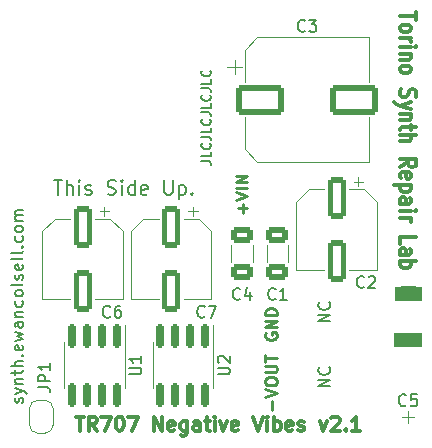
<source format=gbr>
%TF.GenerationSoftware,KiCad,Pcbnew,(6.0.7-1)-1*%
%TF.CreationDate,2022-11-04T13:47:20+01:00*%
%TF.ProjectId,tr707minus10v_kicad,74723730-376d-4696-9e75-733130765f6b,rev?*%
%TF.SameCoordinates,Original*%
%TF.FileFunction,Legend,Top*%
%TF.FilePolarity,Positive*%
%FSLAX46Y46*%
G04 Gerber Fmt 4.6, Leading zero omitted, Abs format (unit mm)*
G04 Created by KiCad (PCBNEW (6.0.7-1)-1) date 2022-11-04 13:47:20*
%MOMM*%
%LPD*%
G01*
G04 APERTURE LIST*
G04 Aperture macros list*
%AMRoundRect*
0 Rectangle with rounded corners*
0 $1 Rounding radius*
0 $2 $3 $4 $5 $6 $7 $8 $9 X,Y pos of 4 corners*
0 Add a 4 corners polygon primitive as box body*
4,1,4,$2,$3,$4,$5,$6,$7,$8,$9,$2,$3,0*
0 Add four circle primitives for the rounded corners*
1,1,$1+$1,$2,$3*
1,1,$1+$1,$4,$5*
1,1,$1+$1,$6,$7*
1,1,$1+$1,$8,$9*
0 Add four rect primitives between the rounded corners*
20,1,$1+$1,$2,$3,$4,$5,0*
20,1,$1+$1,$4,$5,$6,$7,0*
20,1,$1+$1,$6,$7,$8,$9,0*
20,1,$1+$1,$8,$9,$2,$3,0*%
%AMFreePoly0*
4,1,20,0.000000,0.744959,0.073905,0.744508,0.209726,0.703889,0.328688,0.626782,0.421226,0.519385,0.479903,0.390333,0.500000,0.250000,0.500000,-0.250000,0.499851,-0.262216,0.476331,-0.402017,0.414519,-0.529596,0.319384,-0.634700,0.198574,-0.708877,0.061801,-0.746166,0.000000,-0.745033,0.000000,-0.750000,-0.500000,-0.750000,-0.500000,0.750000,0.000000,0.750000,0.000000,0.744959,
0.000000,0.744959,$1*%
%AMFreePoly1*
4,1,22,0.500000,-0.750000,0.000000,-0.750000,0.000000,-0.745033,-0.079941,-0.743568,-0.215256,-0.701293,-0.333266,-0.622738,-0.424486,-0.514219,-0.481581,-0.384460,-0.499164,-0.250000,-0.500000,-0.250000,-0.500000,0.250000,-0.499164,0.250000,-0.499963,0.256109,-0.478152,0.396186,-0.417904,0.524511,-0.324060,0.630769,-0.204165,0.706417,-0.067858,0.745374,0.000000,0.744959,0.000000,0.750000,
0.500000,0.750000,0.500000,-0.750000,0.500000,-0.750000,$1*%
G04 Aperture macros list end*
%ADD10C,0.150000*%
%ADD11C,0.250000*%
%ADD12C,0.300000*%
%ADD13C,0.120000*%
%ADD14C,0.050000*%
%ADD15C,1.300000*%
%ADD16FreePoly0,270.000000*%
%ADD17FreePoly1,270.000000*%
%ADD18RoundRect,0.250000X-0.550000X1.500000X-0.550000X-1.500000X0.550000X-1.500000X0.550000X1.500000X0*%
%ADD19RoundRect,0.250000X-1.750000X-1.000000X1.750000X-1.000000X1.750000X1.000000X-1.750000X1.000000X0*%
%ADD20RoundRect,0.250000X-0.650000X0.412500X-0.650000X-0.412500X0.650000X-0.412500X0.650000X0.412500X0*%
%ADD21RoundRect,0.150000X-0.150000X0.825000X-0.150000X-0.825000X0.150000X-0.825000X0.150000X0.825000X0*%
%ADD22C,2.000000*%
%ADD23R,2.000000X2.000000*%
%ADD24R,1.700000X1.700000*%
G04 APERTURE END LIST*
D10*
X3904761Y7833334D02*
X3952380Y7928572D01*
X3952380Y8119048D01*
X3904761Y8214286D01*
X3809523Y8261905D01*
X3761904Y8261905D01*
X3666666Y8214286D01*
X3619047Y8119048D01*
X3619047Y7976191D01*
X3571428Y7880953D01*
X3476190Y7833334D01*
X3428571Y7833334D01*
X3333333Y7880953D01*
X3285714Y7976191D01*
X3285714Y8119048D01*
X3333333Y8214286D01*
X3285714Y8595239D02*
X3952380Y8833334D01*
X3285714Y9071429D02*
X3952380Y8833334D01*
X4190476Y8738096D01*
X4238095Y8690477D01*
X4285714Y8595239D01*
X3285714Y9452381D02*
X3952380Y9452381D01*
X3380952Y9452381D02*
X3333333Y9500000D01*
X3285714Y9595239D01*
X3285714Y9738096D01*
X3333333Y9833334D01*
X3428571Y9880953D01*
X3952380Y9880953D01*
X3285714Y10214286D02*
X3285714Y10595239D01*
X2952380Y10357143D02*
X3809523Y10357143D01*
X3904761Y10404762D01*
X3952380Y10500000D01*
X3952380Y10595239D01*
X3952380Y10928572D02*
X2952380Y10928572D01*
X3952380Y11357143D02*
X3428571Y11357143D01*
X3333333Y11309524D01*
X3285714Y11214286D01*
X3285714Y11071429D01*
X3333333Y10976191D01*
X3380952Y10928572D01*
X3857142Y11833334D02*
X3904761Y11880953D01*
X3952380Y11833334D01*
X3904761Y11785715D01*
X3857142Y11833334D01*
X3952380Y11833334D01*
X3904761Y12690477D02*
X3952380Y12595239D01*
X3952380Y12404762D01*
X3904761Y12309524D01*
X3809523Y12261905D01*
X3428571Y12261905D01*
X3333333Y12309524D01*
X3285714Y12404762D01*
X3285714Y12595239D01*
X3333333Y12690477D01*
X3428571Y12738096D01*
X3523809Y12738096D01*
X3619047Y12261905D01*
X3285714Y13071429D02*
X3952380Y13261905D01*
X3476190Y13452381D01*
X3952380Y13642858D01*
X3285714Y13833334D01*
X3952380Y14642858D02*
X3428571Y14642858D01*
X3333333Y14595239D01*
X3285714Y14500000D01*
X3285714Y14309524D01*
X3333333Y14214286D01*
X3904761Y14642858D02*
X3952380Y14547620D01*
X3952380Y14309524D01*
X3904761Y14214286D01*
X3809523Y14166667D01*
X3714285Y14166667D01*
X3619047Y14214286D01*
X3571428Y14309524D01*
X3571428Y14547620D01*
X3523809Y14642858D01*
X3285714Y15119048D02*
X3952380Y15119048D01*
X3380952Y15119048D02*
X3333333Y15166667D01*
X3285714Y15261905D01*
X3285714Y15404762D01*
X3333333Y15500000D01*
X3428571Y15547620D01*
X3952380Y15547620D01*
X3904761Y16452381D02*
X3952380Y16357143D01*
X3952380Y16166667D01*
X3904761Y16071429D01*
X3857142Y16023810D01*
X3761904Y15976191D01*
X3476190Y15976191D01*
X3380952Y16023810D01*
X3333333Y16071429D01*
X3285714Y16166667D01*
X3285714Y16357143D01*
X3333333Y16452381D01*
X3952380Y17023810D02*
X3904761Y16928572D01*
X3857142Y16880953D01*
X3761904Y16833334D01*
X3476190Y16833334D01*
X3380952Y16880953D01*
X3333333Y16928572D01*
X3285714Y17023810D01*
X3285714Y17166667D01*
X3333333Y17261905D01*
X3380952Y17309524D01*
X3476190Y17357143D01*
X3761904Y17357143D01*
X3857142Y17309524D01*
X3904761Y17261905D01*
X3952380Y17166667D01*
X3952380Y17023810D01*
X3952380Y17928572D02*
X3904761Y17833334D01*
X3809523Y17785715D01*
X2952380Y17785715D01*
X3904761Y18261905D02*
X3952380Y18357143D01*
X3952380Y18547620D01*
X3904761Y18642858D01*
X3809523Y18690477D01*
X3761904Y18690477D01*
X3666666Y18642858D01*
X3619047Y18547620D01*
X3619047Y18404762D01*
X3571428Y18309524D01*
X3476190Y18261905D01*
X3428571Y18261905D01*
X3333333Y18309524D01*
X3285714Y18404762D01*
X3285714Y18547620D01*
X3333333Y18642858D01*
X3904761Y19500000D02*
X3952380Y19404762D01*
X3952380Y19214286D01*
X3904761Y19119048D01*
X3809523Y19071429D01*
X3428571Y19071429D01*
X3333333Y19119048D01*
X3285714Y19214286D01*
X3285714Y19404762D01*
X3333333Y19500000D01*
X3428571Y19547620D01*
X3523809Y19547620D01*
X3619047Y19071429D01*
X3952380Y20119048D02*
X3904761Y20023810D01*
X3809523Y19976191D01*
X2952380Y19976191D01*
X3952380Y20642858D02*
X3904761Y20547620D01*
X3809523Y20500000D01*
X2952380Y20500000D01*
X3857142Y21023810D02*
X3904761Y21071429D01*
X3952380Y21023810D01*
X3904761Y20976191D01*
X3857142Y21023810D01*
X3952380Y21023810D01*
X3904761Y21928572D02*
X3952380Y21833334D01*
X3952380Y21642858D01*
X3904761Y21547620D01*
X3857142Y21500000D01*
X3761904Y21452381D01*
X3476190Y21452381D01*
X3380952Y21500000D01*
X3333333Y21547620D01*
X3285714Y21642858D01*
X3285714Y21833334D01*
X3333333Y21928572D01*
X3952380Y22500000D02*
X3904761Y22404762D01*
X3857142Y22357143D01*
X3761904Y22309524D01*
X3476190Y22309524D01*
X3380952Y22357143D01*
X3333333Y22404762D01*
X3285714Y22500000D01*
X3285714Y22642858D01*
X3333333Y22738096D01*
X3380952Y22785715D01*
X3476190Y22833334D01*
X3761904Y22833334D01*
X3857142Y22785715D01*
X3904761Y22738096D01*
X3952380Y22642858D01*
X3952380Y22500000D01*
X3952380Y23261905D02*
X3285714Y23261905D01*
X3380952Y23261905D02*
X3333333Y23309524D01*
X3285714Y23404762D01*
X3285714Y23547620D01*
X3333333Y23642858D01*
X3428571Y23690477D01*
X3952380Y23690477D01*
X3428571Y23690477D02*
X3333333Y23738096D01*
X3285714Y23833334D01*
X3285714Y23976191D01*
X3333333Y24071429D01*
X3428571Y24119048D01*
X3952380Y24119048D01*
D11*
X24500000Y13738096D02*
X24452380Y13642858D01*
X24452380Y13500000D01*
X24500000Y13357143D01*
X24595238Y13261905D01*
X24690476Y13214286D01*
X24880952Y13166667D01*
X25023809Y13166667D01*
X25214285Y13214286D01*
X25309523Y13261905D01*
X25404761Y13357143D01*
X25452380Y13500000D01*
X25452380Y13595239D01*
X25404761Y13738096D01*
X25357142Y13785715D01*
X25023809Y13785715D01*
X25023809Y13595239D01*
X25452380Y14214286D02*
X24452380Y14214286D01*
X25452380Y14785715D01*
X24452380Y14785715D01*
X25452380Y15261905D02*
X24452380Y15261905D01*
X24452380Y15500000D01*
X24500000Y15642858D01*
X24595238Y15738096D01*
X24690476Y15785715D01*
X24880952Y15833334D01*
X25023809Y15833334D01*
X25214285Y15785715D01*
X25309523Y15738096D01*
X25404761Y15642858D01*
X25452380Y15500000D01*
X25452380Y15261905D01*
D12*
X8414285Y6657143D02*
X9100000Y6657143D01*
X8757142Y5457143D02*
X8757142Y6657143D01*
X10185714Y5457143D02*
X9785714Y6028572D01*
X9500000Y5457143D02*
X9500000Y6657143D01*
X9957142Y6657143D01*
X10071428Y6600000D01*
X10128571Y6542858D01*
X10185714Y6428572D01*
X10185714Y6257143D01*
X10128571Y6142858D01*
X10071428Y6085715D01*
X9957142Y6028572D01*
X9500000Y6028572D01*
X10585714Y6657143D02*
X11385714Y6657143D01*
X10871428Y5457143D01*
X12071428Y6657143D02*
X12185714Y6657143D01*
X12300000Y6600000D01*
X12357142Y6542858D01*
X12414285Y6428572D01*
X12471428Y6200000D01*
X12471428Y5914286D01*
X12414285Y5685715D01*
X12357142Y5571429D01*
X12300000Y5514286D01*
X12185714Y5457143D01*
X12071428Y5457143D01*
X11957142Y5514286D01*
X11900000Y5571429D01*
X11842857Y5685715D01*
X11785714Y5914286D01*
X11785714Y6200000D01*
X11842857Y6428572D01*
X11900000Y6542858D01*
X11957142Y6600000D01*
X12071428Y6657143D01*
X12871428Y6657143D02*
X13671428Y6657143D01*
X13157142Y5457143D01*
X15042857Y5457143D02*
X15042857Y6657143D01*
X15728571Y5457143D01*
X15728571Y6657143D01*
X16757142Y5514286D02*
X16642857Y5457143D01*
X16414285Y5457143D01*
X16300000Y5514286D01*
X16242857Y5628572D01*
X16242857Y6085715D01*
X16300000Y6200000D01*
X16414285Y6257143D01*
X16642857Y6257143D01*
X16757142Y6200000D01*
X16814285Y6085715D01*
X16814285Y5971429D01*
X16242857Y5857143D01*
X17842857Y6257143D02*
X17842857Y5285715D01*
X17785714Y5171429D01*
X17728571Y5114286D01*
X17614285Y5057143D01*
X17442857Y5057143D01*
X17328571Y5114286D01*
X17842857Y5514286D02*
X17728571Y5457143D01*
X17500000Y5457143D01*
X17385714Y5514286D01*
X17328571Y5571429D01*
X17271428Y5685715D01*
X17271428Y6028572D01*
X17328571Y6142858D01*
X17385714Y6200000D01*
X17500000Y6257143D01*
X17728571Y6257143D01*
X17842857Y6200000D01*
X18928571Y5457143D02*
X18928571Y6085715D01*
X18871428Y6200000D01*
X18757142Y6257143D01*
X18528571Y6257143D01*
X18414285Y6200000D01*
X18928571Y5514286D02*
X18814285Y5457143D01*
X18528571Y5457143D01*
X18414285Y5514286D01*
X18357142Y5628572D01*
X18357142Y5742858D01*
X18414285Y5857143D01*
X18528571Y5914286D01*
X18814285Y5914286D01*
X18928571Y5971429D01*
X19328571Y6257143D02*
X19785714Y6257143D01*
X19500000Y6657143D02*
X19500000Y5628572D01*
X19557142Y5514286D01*
X19671428Y5457143D01*
X19785714Y5457143D01*
X20185714Y5457143D02*
X20185714Y6257143D01*
X20185714Y6657143D02*
X20128571Y6600000D01*
X20185714Y6542858D01*
X20242857Y6600000D01*
X20185714Y6657143D01*
X20185714Y6542858D01*
X20642857Y6257143D02*
X20928571Y5457143D01*
X21214285Y6257143D01*
X22128571Y5514286D02*
X22014285Y5457143D01*
X21785714Y5457143D01*
X21671428Y5514286D01*
X21614285Y5628572D01*
X21614285Y6085715D01*
X21671428Y6200000D01*
X21785714Y6257143D01*
X22014285Y6257143D01*
X22128571Y6200000D01*
X22185714Y6085715D01*
X22185714Y5971429D01*
X21614285Y5857143D01*
X23442857Y6657143D02*
X23842857Y5457143D01*
X24242857Y6657143D01*
X24642857Y5457143D02*
X24642857Y6257143D01*
X24642857Y6657143D02*
X24585714Y6600000D01*
X24642857Y6542858D01*
X24700000Y6600000D01*
X24642857Y6657143D01*
X24642857Y6542858D01*
X25214285Y5457143D02*
X25214285Y6657143D01*
X25214285Y6200000D02*
X25328571Y6257143D01*
X25557142Y6257143D01*
X25671428Y6200000D01*
X25728571Y6142858D01*
X25785714Y6028572D01*
X25785714Y5685715D01*
X25728571Y5571429D01*
X25671428Y5514286D01*
X25557142Y5457143D01*
X25328571Y5457143D01*
X25214285Y5514286D01*
X26757142Y5514286D02*
X26642857Y5457143D01*
X26414285Y5457143D01*
X26300000Y5514286D01*
X26242857Y5628572D01*
X26242857Y6085715D01*
X26300000Y6200000D01*
X26414285Y6257143D01*
X26642857Y6257143D01*
X26757142Y6200000D01*
X26814285Y6085715D01*
X26814285Y5971429D01*
X26242857Y5857143D01*
X27271428Y5514286D02*
X27385714Y5457143D01*
X27614285Y5457143D01*
X27728571Y5514286D01*
X27785714Y5628572D01*
X27785714Y5685715D01*
X27728571Y5800000D01*
X27614285Y5857143D01*
X27442857Y5857143D01*
X27328571Y5914286D01*
X27271428Y6028572D01*
X27271428Y6085715D01*
X27328571Y6200000D01*
X27442857Y6257143D01*
X27614285Y6257143D01*
X27728571Y6200000D01*
X29100000Y6257143D02*
X29385714Y5457143D01*
X29671428Y6257143D01*
X30071428Y6542858D02*
X30128571Y6600000D01*
X30242857Y6657143D01*
X30528571Y6657143D01*
X30642857Y6600000D01*
X30700000Y6542858D01*
X30757142Y6428572D01*
X30757142Y6314286D01*
X30700000Y6142858D01*
X30014285Y5457143D01*
X30757142Y5457143D01*
X31271428Y5571429D02*
X31328571Y5514286D01*
X31271428Y5457143D01*
X31214285Y5514286D01*
X31271428Y5571429D01*
X31271428Y5457143D01*
X32471428Y5457143D02*
X31785714Y5457143D01*
X32128571Y5457143D02*
X32128571Y6657143D01*
X32014285Y6485715D01*
X31900000Y6371429D01*
X31785714Y6314286D01*
D10*
X6557142Y26657143D02*
X7242857Y26657143D01*
X6900000Y25457143D02*
X6900000Y26657143D01*
X7642857Y25457143D02*
X7642857Y26657143D01*
X8157142Y25457143D02*
X8157142Y26085715D01*
X8100000Y26200000D01*
X7985714Y26257143D01*
X7814285Y26257143D01*
X7700000Y26200000D01*
X7642857Y26142858D01*
X8728571Y25457143D02*
X8728571Y26257143D01*
X8728571Y26657143D02*
X8671428Y26600000D01*
X8728571Y26542858D01*
X8785714Y26600000D01*
X8728571Y26657143D01*
X8728571Y26542858D01*
X9242857Y25514286D02*
X9357142Y25457143D01*
X9585714Y25457143D01*
X9700000Y25514286D01*
X9757142Y25628572D01*
X9757142Y25685715D01*
X9700000Y25800000D01*
X9585714Y25857143D01*
X9414285Y25857143D01*
X9300000Y25914286D01*
X9242857Y26028572D01*
X9242857Y26085715D01*
X9300000Y26200000D01*
X9414285Y26257143D01*
X9585714Y26257143D01*
X9700000Y26200000D01*
X11128571Y25514286D02*
X11300000Y25457143D01*
X11585714Y25457143D01*
X11700000Y25514286D01*
X11757142Y25571429D01*
X11814285Y25685715D01*
X11814285Y25800000D01*
X11757142Y25914286D01*
X11700000Y25971429D01*
X11585714Y26028572D01*
X11357142Y26085715D01*
X11242857Y26142858D01*
X11185714Y26200000D01*
X11128571Y26314286D01*
X11128571Y26428572D01*
X11185714Y26542858D01*
X11242857Y26600000D01*
X11357142Y26657143D01*
X11642857Y26657143D01*
X11814285Y26600000D01*
X12328571Y25457143D02*
X12328571Y26257143D01*
X12328571Y26657143D02*
X12271428Y26600000D01*
X12328571Y26542858D01*
X12385714Y26600000D01*
X12328571Y26657143D01*
X12328571Y26542858D01*
X13414285Y25457143D02*
X13414285Y26657143D01*
X13414285Y25514286D02*
X13300000Y25457143D01*
X13071428Y25457143D01*
X12957142Y25514286D01*
X12900000Y25571429D01*
X12842857Y25685715D01*
X12842857Y26028572D01*
X12900000Y26142858D01*
X12957142Y26200000D01*
X13071428Y26257143D01*
X13300000Y26257143D01*
X13414285Y26200000D01*
X14442857Y25514286D02*
X14328571Y25457143D01*
X14100000Y25457143D01*
X13985714Y25514286D01*
X13928571Y25628572D01*
X13928571Y26085715D01*
X13985714Y26200000D01*
X14100000Y26257143D01*
X14328571Y26257143D01*
X14442857Y26200000D01*
X14500000Y26085715D01*
X14500000Y25971429D01*
X13928571Y25857143D01*
X15928571Y26657143D02*
X15928571Y25685715D01*
X15985714Y25571429D01*
X16042857Y25514286D01*
X16157142Y25457143D01*
X16385714Y25457143D01*
X16500000Y25514286D01*
X16557142Y25571429D01*
X16614285Y25685715D01*
X16614285Y26657143D01*
X17185714Y26257143D02*
X17185714Y25057143D01*
X17185714Y26200000D02*
X17300000Y26257143D01*
X17528571Y26257143D01*
X17642857Y26200000D01*
X17700000Y26142858D01*
X17757142Y26028572D01*
X17757142Y25685715D01*
X17700000Y25571429D01*
X17642857Y25514286D01*
X17528571Y25457143D01*
X17300000Y25457143D01*
X17185714Y25514286D01*
X18271428Y25571429D02*
X18328571Y25514286D01*
X18271428Y25457143D01*
X18214285Y25514286D01*
X18271428Y25571429D01*
X18271428Y25457143D01*
D12*
X37266666Y40885715D02*
X37266666Y40200000D01*
X35866666Y40542858D02*
X37266666Y40542858D01*
X35866666Y39628572D02*
X35933333Y39742858D01*
X36000000Y39800000D01*
X36133333Y39857143D01*
X36533333Y39857143D01*
X36666666Y39800000D01*
X36733333Y39742858D01*
X36800000Y39628572D01*
X36800000Y39457143D01*
X36733333Y39342858D01*
X36666666Y39285715D01*
X36533333Y39228572D01*
X36133333Y39228572D01*
X36000000Y39285715D01*
X35933333Y39342858D01*
X35866666Y39457143D01*
X35866666Y39628572D01*
X35866666Y38714286D02*
X36800000Y38714286D01*
X36533333Y38714286D02*
X36666666Y38657143D01*
X36733333Y38600000D01*
X36800000Y38485715D01*
X36800000Y38371429D01*
X35866666Y37971429D02*
X36800000Y37971429D01*
X37266666Y37971429D02*
X37200000Y38028572D01*
X37133333Y37971429D01*
X37200000Y37914286D01*
X37266666Y37971429D01*
X37133333Y37971429D01*
X36800000Y37400000D02*
X35866666Y37400000D01*
X36666666Y37400000D02*
X36733333Y37342858D01*
X36800000Y37228572D01*
X36800000Y37057143D01*
X36733333Y36942858D01*
X36600000Y36885715D01*
X35866666Y36885715D01*
X35866666Y36142858D02*
X35933333Y36257143D01*
X36000000Y36314286D01*
X36133333Y36371429D01*
X36533333Y36371429D01*
X36666666Y36314286D01*
X36733333Y36257143D01*
X36800000Y36142858D01*
X36800000Y35971429D01*
X36733333Y35857143D01*
X36666666Y35800000D01*
X36533333Y35742858D01*
X36133333Y35742858D01*
X36000000Y35800000D01*
X35933333Y35857143D01*
X35866666Y35971429D01*
X35866666Y36142858D01*
X35933333Y34371429D02*
X35866666Y34200000D01*
X35866666Y33914286D01*
X35933333Y33800000D01*
X36000000Y33742858D01*
X36133333Y33685715D01*
X36266666Y33685715D01*
X36400000Y33742858D01*
X36466666Y33800000D01*
X36533333Y33914286D01*
X36600000Y34142858D01*
X36666666Y34257143D01*
X36733333Y34314286D01*
X36866666Y34371429D01*
X37000000Y34371429D01*
X37133333Y34314286D01*
X37200000Y34257143D01*
X37266666Y34142858D01*
X37266666Y33857143D01*
X37200000Y33685715D01*
X36800000Y33285715D02*
X35866666Y33000000D01*
X36800000Y32714286D02*
X35866666Y33000000D01*
X35533333Y33114286D01*
X35466666Y33171429D01*
X35400000Y33285715D01*
X36800000Y32257143D02*
X35866666Y32257143D01*
X36666666Y32257143D02*
X36733333Y32200000D01*
X36800000Y32085715D01*
X36800000Y31914286D01*
X36733333Y31800000D01*
X36600000Y31742858D01*
X35866666Y31742858D01*
X36800000Y31342858D02*
X36800000Y30885715D01*
X37266666Y31171429D02*
X36066666Y31171429D01*
X35933333Y31114286D01*
X35866666Y31000000D01*
X35866666Y30885715D01*
X35866666Y30485715D02*
X37266666Y30485715D01*
X35866666Y29971429D02*
X36600000Y29971429D01*
X36733333Y30028572D01*
X36800000Y30142858D01*
X36800000Y30314286D01*
X36733333Y30428572D01*
X36666666Y30485715D01*
X35866666Y27800000D02*
X36533333Y28200000D01*
X35866666Y28485715D02*
X37266666Y28485715D01*
X37266666Y28028572D01*
X37200000Y27914286D01*
X37133333Y27857143D01*
X37000000Y27800000D01*
X36800000Y27800000D01*
X36666666Y27857143D01*
X36600000Y27914286D01*
X36533333Y28028572D01*
X36533333Y28485715D01*
X35933333Y26828572D02*
X35866666Y26942858D01*
X35866666Y27171429D01*
X35933333Y27285715D01*
X36066666Y27342858D01*
X36600000Y27342858D01*
X36733333Y27285715D01*
X36800000Y27171429D01*
X36800000Y26942858D01*
X36733333Y26828572D01*
X36600000Y26771429D01*
X36466666Y26771429D01*
X36333333Y27342858D01*
X36800000Y26257143D02*
X35400000Y26257143D01*
X36733333Y26257143D02*
X36800000Y26142858D01*
X36800000Y25914286D01*
X36733333Y25800000D01*
X36666666Y25742858D01*
X36533333Y25685715D01*
X36133333Y25685715D01*
X36000000Y25742858D01*
X35933333Y25800000D01*
X35866666Y25914286D01*
X35866666Y26142858D01*
X35933333Y26257143D01*
X35866666Y24657143D02*
X36600000Y24657143D01*
X36733333Y24714286D01*
X36800000Y24828572D01*
X36800000Y25057143D01*
X36733333Y25171429D01*
X35933333Y24657143D02*
X35866666Y24771429D01*
X35866666Y25057143D01*
X35933333Y25171429D01*
X36066666Y25228572D01*
X36200000Y25228572D01*
X36333333Y25171429D01*
X36400000Y25057143D01*
X36400000Y24771429D01*
X36466666Y24657143D01*
X35866666Y24085715D02*
X36800000Y24085715D01*
X37266666Y24085715D02*
X37200000Y24142858D01*
X37133333Y24085715D01*
X37200000Y24028572D01*
X37266666Y24085715D01*
X37133333Y24085715D01*
X35866666Y23514286D02*
X36800000Y23514286D01*
X36533333Y23514286D02*
X36666666Y23457143D01*
X36733333Y23400000D01*
X36800000Y23285715D01*
X36800000Y23171429D01*
X35866666Y21285715D02*
X35866666Y21857143D01*
X37266666Y21857143D01*
X35866666Y20371429D02*
X36600000Y20371429D01*
X36733333Y20428572D01*
X36800000Y20542858D01*
X36800000Y20771429D01*
X36733333Y20885715D01*
X35933333Y20371429D02*
X35866666Y20485715D01*
X35866666Y20771429D01*
X35933333Y20885715D01*
X36066666Y20942858D01*
X36200000Y20942858D01*
X36333333Y20885715D01*
X36400000Y20771429D01*
X36400000Y20485715D01*
X36466666Y20371429D01*
X35866666Y19800000D02*
X37266666Y19800000D01*
X36733333Y19800000D02*
X36800000Y19685715D01*
X36800000Y19457143D01*
X36733333Y19342858D01*
X36666666Y19285715D01*
X36533333Y19228572D01*
X36133333Y19228572D01*
X36000000Y19285715D01*
X35933333Y19342858D01*
X35866666Y19457143D01*
X35866666Y19685715D01*
X35933333Y19800000D01*
D11*
X25071428Y7261905D02*
X25071428Y8023810D01*
X24452380Y8357143D02*
X25452380Y8690477D01*
X24452380Y9023810D01*
X24452380Y9547620D02*
X24452380Y9738096D01*
X24500000Y9833334D01*
X24595238Y9928572D01*
X24785714Y9976191D01*
X25119047Y9976191D01*
X25309523Y9928572D01*
X25404761Y9833334D01*
X25452380Y9738096D01*
X25452380Y9547620D01*
X25404761Y9452381D01*
X25309523Y9357143D01*
X25119047Y9309524D01*
X24785714Y9309524D01*
X24595238Y9357143D01*
X24500000Y9452381D01*
X24452380Y9547620D01*
X24452380Y10404762D02*
X25261904Y10404762D01*
X25357142Y10452381D01*
X25404761Y10500000D01*
X25452380Y10595239D01*
X25452380Y10785715D01*
X25404761Y10880953D01*
X25357142Y10928572D01*
X25261904Y10976191D01*
X24452380Y10976191D01*
X24452380Y11309524D02*
X24452380Y11880953D01*
X25452380Y11595239D02*
X24452380Y11595239D01*
X22571428Y23928572D02*
X22571428Y24690477D01*
X22952380Y24309524D02*
X22190476Y24309524D01*
X21952380Y25023810D02*
X22952380Y25357143D01*
X21952380Y25690477D01*
X22952380Y26023810D02*
X21952380Y26023810D01*
X22952380Y26500000D02*
X21952380Y26500000D01*
X22952380Y27071429D01*
X21952380Y27071429D01*
D10*
%TO.C,H4*%
X19061904Y28304762D02*
X19633333Y28304762D01*
X19747619Y28266667D01*
X19823809Y28190477D01*
X19861904Y28076191D01*
X19861904Y28000000D01*
X19861904Y29066667D02*
X19861904Y28685715D01*
X19061904Y28685715D01*
X19785714Y29790477D02*
X19823809Y29752381D01*
X19861904Y29638096D01*
X19861904Y29561905D01*
X19823809Y29447620D01*
X19747619Y29371429D01*
X19671428Y29333334D01*
X19519047Y29295239D01*
X19404761Y29295239D01*
X19252380Y29333334D01*
X19176190Y29371429D01*
X19100000Y29447620D01*
X19061904Y29561905D01*
X19061904Y29638096D01*
X19100000Y29752381D01*
X19138095Y29790477D01*
X19061904Y30361905D02*
X19633333Y30361905D01*
X19747619Y30323810D01*
X19823809Y30247620D01*
X19861904Y30133334D01*
X19861904Y30057143D01*
X19861904Y31123810D02*
X19861904Y30742858D01*
X19061904Y30742858D01*
X19785714Y31847620D02*
X19823809Y31809524D01*
X19861904Y31695239D01*
X19861904Y31619048D01*
X19823809Y31504762D01*
X19747619Y31428572D01*
X19671428Y31390477D01*
X19519047Y31352381D01*
X19404761Y31352381D01*
X19252380Y31390477D01*
X19176190Y31428572D01*
X19100000Y31504762D01*
X19061904Y31619048D01*
X19061904Y31695239D01*
X19100000Y31809524D01*
X19138095Y31847620D01*
X19061904Y32419048D02*
X19633333Y32419048D01*
X19747619Y32380953D01*
X19823809Y32304762D01*
X19861904Y32190477D01*
X19861904Y32114286D01*
X19861904Y33180953D02*
X19861904Y32800000D01*
X19061904Y32800000D01*
X19785714Y33904762D02*
X19823809Y33866667D01*
X19861904Y33752381D01*
X19861904Y33676191D01*
X19823809Y33561905D01*
X19747619Y33485715D01*
X19671428Y33447620D01*
X19519047Y33409524D01*
X19404761Y33409524D01*
X19252380Y33447620D01*
X19176190Y33485715D01*
X19100000Y33561905D01*
X19061904Y33676191D01*
X19061904Y33752381D01*
X19100000Y33866667D01*
X19138095Y33904762D01*
X19061904Y34476191D02*
X19633333Y34476191D01*
X19747619Y34438096D01*
X19823809Y34361905D01*
X19861904Y34247620D01*
X19861904Y34171429D01*
X19861904Y35238096D02*
X19861904Y34857143D01*
X19061904Y34857143D01*
X19785714Y35961905D02*
X19823809Y35923810D01*
X19861904Y35809524D01*
X19861904Y35733334D01*
X19823809Y35619048D01*
X19747619Y35542858D01*
X19671428Y35504762D01*
X19519047Y35466667D01*
X19404761Y35466667D01*
X19252380Y35504762D01*
X19176190Y35542858D01*
X19100000Y35619048D01*
X19061904Y35733334D01*
X19061904Y35809524D01*
X19100000Y35923810D01*
X19138095Y35961905D01*
%TO.C,JP1*%
X5252380Y9166667D02*
X5966666Y9166667D01*
X6109523Y9119048D01*
X6204761Y9023810D01*
X6252380Y8880953D01*
X6252380Y8785715D01*
X6252380Y9642858D02*
X5252380Y9642858D01*
X5252380Y10023810D01*
X5300000Y10119048D01*
X5347619Y10166667D01*
X5442857Y10214286D01*
X5585714Y10214286D01*
X5680952Y10166667D01*
X5728571Y10119048D01*
X5776190Y10023810D01*
X5776190Y9642858D01*
X6252380Y11166667D02*
X6252380Y10595239D01*
X6252380Y10880953D02*
X5252380Y10880953D01*
X5395238Y10785715D01*
X5490476Y10690477D01*
X5538095Y10595239D01*
%TO.C,C7*%
X19333333Y15142858D02*
X19285714Y15095239D01*
X19142857Y15047620D01*
X19047619Y15047620D01*
X18904761Y15095239D01*
X18809523Y15190477D01*
X18761904Y15285715D01*
X18714285Y15476191D01*
X18714285Y15619048D01*
X18761904Y15809524D01*
X18809523Y15904762D01*
X18904761Y16000000D01*
X19047619Y16047620D01*
X19142857Y16047620D01*
X19285714Y16000000D01*
X19333333Y15952381D01*
X19666666Y16047620D02*
X20333333Y16047620D01*
X19904761Y15047620D01*
%TO.C,C3*%
X27833333Y39342858D02*
X27785714Y39295239D01*
X27642857Y39247620D01*
X27547619Y39247620D01*
X27404761Y39295239D01*
X27309523Y39390477D01*
X27261904Y39485715D01*
X27214285Y39676191D01*
X27214285Y39819048D01*
X27261904Y40009524D01*
X27309523Y40104762D01*
X27404761Y40200000D01*
X27547619Y40247620D01*
X27642857Y40247620D01*
X27785714Y40200000D01*
X27833333Y40152381D01*
X28166666Y40247620D02*
X28785714Y40247620D01*
X28452380Y39866667D01*
X28595238Y39866667D01*
X28690476Y39819048D01*
X28738095Y39771429D01*
X28785714Y39676191D01*
X28785714Y39438096D01*
X28738095Y39342858D01*
X28690476Y39295239D01*
X28595238Y39247620D01*
X28309523Y39247620D01*
X28214285Y39295239D01*
X28166666Y39342858D01*
%TO.C,C6*%
X11333333Y15142858D02*
X11285714Y15095239D01*
X11142857Y15047620D01*
X11047619Y15047620D01*
X10904761Y15095239D01*
X10809523Y15190477D01*
X10761904Y15285715D01*
X10714285Y15476191D01*
X10714285Y15619048D01*
X10761904Y15809524D01*
X10809523Y15904762D01*
X10904761Y16000000D01*
X11047619Y16047620D01*
X11142857Y16047620D01*
X11285714Y16000000D01*
X11333333Y15952381D01*
X12190476Y16047620D02*
X12000000Y16047620D01*
X11904761Y16000000D01*
X11857142Y15952381D01*
X11761904Y15809524D01*
X11714285Y15619048D01*
X11714285Y15238096D01*
X11761904Y15142858D01*
X11809523Y15095239D01*
X11904761Y15047620D01*
X12095238Y15047620D01*
X12190476Y15095239D01*
X12238095Y15142858D01*
X12285714Y15238096D01*
X12285714Y15476191D01*
X12238095Y15571429D01*
X12190476Y15619048D01*
X12095238Y15666667D01*
X11904761Y15666667D01*
X11809523Y15619048D01*
X11761904Y15571429D01*
X11714285Y15476191D01*
%TO.C,C4*%
X22333333Y16642858D02*
X22285714Y16595239D01*
X22142857Y16547620D01*
X22047619Y16547620D01*
X21904761Y16595239D01*
X21809523Y16690477D01*
X21761904Y16785715D01*
X21714285Y16976191D01*
X21714285Y17119048D01*
X21761904Y17309524D01*
X21809523Y17404762D01*
X21904761Y17500000D01*
X22047619Y17547620D01*
X22142857Y17547620D01*
X22285714Y17500000D01*
X22333333Y17452381D01*
X23190476Y17214286D02*
X23190476Y16547620D01*
X22952380Y17595239D02*
X22714285Y16880953D01*
X23333333Y16880953D01*
%TO.C,U2*%
X20452380Y10238096D02*
X21261904Y10238096D01*
X21357142Y10285715D01*
X21404761Y10333334D01*
X21452380Y10428572D01*
X21452380Y10619048D01*
X21404761Y10714286D01*
X21357142Y10761905D01*
X21261904Y10809524D01*
X20452380Y10809524D01*
X20547619Y11238096D02*
X20500000Y11285715D01*
X20452380Y11380953D01*
X20452380Y11619048D01*
X20500000Y11714286D01*
X20547619Y11761905D01*
X20642857Y11809524D01*
X20738095Y11809524D01*
X20880952Y11761905D01*
X21452380Y11190477D01*
X21452380Y11809524D01*
%TO.C,U1*%
X12952380Y10238096D02*
X13761904Y10238096D01*
X13857142Y10285715D01*
X13904761Y10333334D01*
X13952380Y10428572D01*
X13952380Y10619048D01*
X13904761Y10714286D01*
X13857142Y10761905D01*
X13761904Y10809524D01*
X12952380Y10809524D01*
X13952380Y11809524D02*
X13952380Y11238096D01*
X13952380Y11523810D02*
X12952380Y11523810D01*
X13095238Y11428572D01*
X13190476Y11333334D01*
X13238095Y11238096D01*
%TO.C,C5*%
X36383333Y7642858D02*
X36335714Y7595239D01*
X36192857Y7547620D01*
X36097619Y7547620D01*
X35954761Y7595239D01*
X35859523Y7690477D01*
X35811904Y7785715D01*
X35764285Y7976191D01*
X35764285Y8119048D01*
X35811904Y8309524D01*
X35859523Y8404762D01*
X35954761Y8500000D01*
X36097619Y8547620D01*
X36192857Y8547620D01*
X36335714Y8500000D01*
X36383333Y8452381D01*
X37288095Y8547620D02*
X36811904Y8547620D01*
X36764285Y8071429D01*
X36811904Y8119048D01*
X36907142Y8166667D01*
X37145238Y8166667D01*
X37240476Y8119048D01*
X37288095Y8071429D01*
X37335714Y7976191D01*
X37335714Y7738096D01*
X37288095Y7642858D01*
X37240476Y7595239D01*
X37145238Y7547620D01*
X36907142Y7547620D01*
X36811904Y7595239D01*
X36764285Y7642858D01*
%TO.C,C1*%
X25333333Y16642858D02*
X25285714Y16595239D01*
X25142857Y16547620D01*
X25047619Y16547620D01*
X24904761Y16595239D01*
X24809523Y16690477D01*
X24761904Y16785715D01*
X24714285Y16976191D01*
X24714285Y17119048D01*
X24761904Y17309524D01*
X24809523Y17404762D01*
X24904761Y17500000D01*
X25047619Y17547620D01*
X25142857Y17547620D01*
X25285714Y17500000D01*
X25333333Y17452381D01*
X26285714Y16547620D02*
X25714285Y16547620D01*
X26000000Y16547620D02*
X26000000Y17547620D01*
X25904761Y17404762D01*
X25809523Y17309524D01*
X25714285Y17261905D01*
%TO.C,C2*%
X32833333Y17642858D02*
X32785714Y17595239D01*
X32642857Y17547620D01*
X32547619Y17547620D01*
X32404761Y17595239D01*
X32309523Y17690477D01*
X32261904Y17785715D01*
X32214285Y17976191D01*
X32214285Y18119048D01*
X32261904Y18309524D01*
X32309523Y18404762D01*
X32404761Y18500000D01*
X32547619Y18547620D01*
X32642857Y18547620D01*
X32785714Y18500000D01*
X32833333Y18452381D01*
X33214285Y18452381D02*
X33261904Y18500000D01*
X33357142Y18547620D01*
X33595238Y18547620D01*
X33690476Y18500000D01*
X33738095Y18452381D01*
X33785714Y18357143D01*
X33785714Y18261905D01*
X33738095Y18119048D01*
X33166666Y17547620D01*
X33785714Y17547620D01*
%TO.C,J3*%
X29952380Y9214286D02*
X28952380Y9214286D01*
X29952380Y9785715D01*
X28952380Y9785715D01*
X29857142Y10833334D02*
X29904761Y10785715D01*
X29952380Y10642858D01*
X29952380Y10547620D01*
X29904761Y10404762D01*
X29809523Y10309524D01*
X29714285Y10261905D01*
X29523809Y10214286D01*
X29380952Y10214286D01*
X29190476Y10261905D01*
X29095238Y10309524D01*
X29000000Y10404762D01*
X28952380Y10547620D01*
X28952380Y10642858D01*
X29000000Y10785715D01*
X29047619Y10833334D01*
%TO.C,J4*%
X29952380Y14714286D02*
X28952380Y14714286D01*
X29952380Y15285715D01*
X28952380Y15285715D01*
X29857142Y16333334D02*
X29904761Y16285715D01*
X29952380Y16142858D01*
X29952380Y16047620D01*
X29904761Y15904762D01*
X29809523Y15809524D01*
X29714285Y15761905D01*
X29523809Y15714286D01*
X29380952Y15714286D01*
X29190476Y15761905D01*
X29095238Y15809524D01*
X29000000Y15904762D01*
X28952380Y16047620D01*
X28952380Y16142858D01*
X29000000Y16285715D01*
X29047619Y16333334D01*
D13*
%TO.C,JP1*%
X5800000Y5250000D02*
G75*
G03*
X6500000Y5950000I0J700000D01*
G01*
X4500000Y5950000D02*
G75*
G03*
X5200000Y5250000I700000J0D01*
G01*
X5200000Y8050000D02*
G75*
G03*
X4500000Y7350000I-1J-699999D01*
G01*
X6500000Y7350000D02*
G75*
G03*
X5800000Y8050000I-699999J1D01*
G01*
X5800000Y5250000D02*
X5200000Y5250000D01*
X5200000Y8050000D02*
X5800000Y8050000D01*
X6500000Y7350000D02*
X6500000Y5950000D01*
X4500000Y5950000D02*
X4500000Y7350000D01*
%TO.C,C7*%
X18347500Y24437500D02*
X18347500Y23650000D01*
X13090000Y16590000D02*
X15440000Y16590000D01*
X18845563Y23410000D02*
X19910000Y22345563D01*
X18741250Y24043750D02*
X17953750Y24043750D01*
X14154437Y23410000D02*
X15440000Y23410000D01*
X18845563Y23410000D02*
X17560000Y23410000D01*
X19910000Y22345563D02*
X19910000Y16590000D01*
X13090000Y22345563D02*
X13090000Y16590000D01*
X14154437Y23410000D02*
X13090000Y22345563D01*
X19910000Y16590000D02*
X17560000Y16590000D01*
%TO.C,C3*%
X33260000Y28240000D02*
X33260000Y31990000D01*
X21875000Y36885000D02*
X21875000Y35635000D01*
X21250000Y36260000D02*
X22500000Y36260000D01*
X33260000Y38760000D02*
X33260000Y35010000D01*
X22740000Y37695563D02*
X23804437Y38760000D01*
X23804437Y28240000D02*
X33260000Y28240000D01*
X22740000Y29304437D02*
X22740000Y31990000D01*
X22740000Y37695563D02*
X22740000Y35010000D01*
X23804437Y38760000D02*
X33260000Y38760000D01*
X22740000Y29304437D02*
X23804437Y28240000D01*
%TO.C,C6*%
X5590000Y16590000D02*
X7940000Y16590000D01*
X11241250Y24043750D02*
X10453750Y24043750D01*
X11345563Y23410000D02*
X10060000Y23410000D01*
X10847500Y24437500D02*
X10847500Y23650000D01*
X12410000Y16590000D02*
X10060000Y16590000D01*
X5590000Y22345563D02*
X5590000Y16590000D01*
X12410000Y22345563D02*
X12410000Y16590000D01*
X6654437Y23410000D02*
X7940000Y23410000D01*
X6654437Y23410000D02*
X5590000Y22345563D01*
X11345563Y23410000D02*
X12410000Y22345563D01*
%TO.C,C4*%
X23410000Y21211252D02*
X23410000Y19788748D01*
X21590000Y21211252D02*
X21590000Y19788748D01*
%TO.C,U2*%
X20060000Y11000000D02*
X20060000Y9050000D01*
X14940000Y11000000D02*
X14940000Y12950000D01*
X20060000Y11000000D02*
X20060000Y14450000D01*
X14940000Y11000000D02*
X14940000Y9050000D01*
%TO.C,U1*%
X7440000Y11000000D02*
X7440000Y12950000D01*
X12560000Y11000000D02*
X12560000Y9050000D01*
X12560000Y11000000D02*
X12560000Y14450000D01*
X7440000Y11000000D02*
X7440000Y9050000D01*
D14*
%TO.C,C5*%
X35400000Y12607562D02*
X37650000Y12607562D01*
X37650000Y12607562D02*
X37650000Y13707562D01*
X37650000Y13707562D02*
X35400000Y13707562D01*
X35400000Y13707562D02*
X35400000Y12607562D01*
G36*
X35400000Y12607562D02*
G01*
X37650000Y12607562D01*
X37650000Y13707562D01*
X35400000Y13707562D01*
X35400000Y12607562D01*
G37*
X35425000Y16518562D02*
X37675000Y16518562D01*
X37675000Y16518562D02*
X37675000Y17618562D01*
X37675000Y17618562D02*
X35425000Y17618562D01*
X35425000Y17618562D02*
X35425000Y16518562D01*
G36*
X35425000Y16518562D02*
G01*
X37675000Y16518562D01*
X37675000Y17618562D01*
X35425000Y17618562D01*
X35425000Y16518562D01*
G37*
D13*
X35951000Y17688562D02*
X37149000Y17688562D01*
X35488000Y17608562D02*
X37612000Y17608562D01*
X35688000Y17648562D02*
X37412000Y17648562D01*
X36050000Y6607562D02*
X37050000Y6607562D01*
X36550000Y6107562D02*
X36550000Y7107562D01*
%TO.C,C1*%
X26410000Y21211252D02*
X26410000Y19788748D01*
X24590000Y21211252D02*
X24590000Y19788748D01*
%TO.C,C2*%
X28154437Y25910000D02*
X27090000Y24845563D01*
X33910000Y24845563D02*
X33910000Y19090000D01*
X28154437Y25910000D02*
X29440000Y25910000D01*
X32845563Y25910000D02*
X31560000Y25910000D01*
X32741250Y26543750D02*
X31953750Y26543750D01*
X32845563Y25910000D02*
X33910000Y24845563D01*
X27090000Y19090000D02*
X29440000Y19090000D01*
X33910000Y19090000D02*
X31560000Y19090000D01*
X32347500Y26937500D02*
X32347500Y26150000D01*
X27090000Y24845563D02*
X27090000Y19090000D01*
%TD*%
%LPC*%
D15*
%TO.C,H3*%
X19500000Y38500000D03*
%TD*%
%TO.C,H2*%
X4000000Y26000000D03*
%TD*%
%TO.C,H1*%
X34500000Y7000000D03*
%TD*%
D16*
%TO.C,JP1*%
X5500000Y6000000D03*
D17*
X5500000Y7300000D03*
%TD*%
D18*
%TO.C,C7*%
X16500000Y17300000D03*
X16500000Y22700000D03*
%TD*%
D19*
%TO.C,C3*%
X32000000Y33500000D03*
X24000000Y33500000D03*
%TD*%
D18*
%TO.C,C6*%
X9000000Y17300000D03*
X9000000Y22700000D03*
%TD*%
D20*
%TO.C,C4*%
X22500000Y18937500D03*
X22500000Y22062500D03*
%TD*%
D21*
%TO.C,U2*%
X19405000Y8525000D03*
X18135000Y8525000D03*
X16865000Y8525000D03*
X15595000Y8525000D03*
X15595000Y13475000D03*
X16865000Y13475000D03*
X18135000Y13475000D03*
X19405000Y13475000D03*
%TD*%
%TO.C,U1*%
X11905000Y8525000D03*
X10635000Y8525000D03*
X9365000Y8525000D03*
X8095000Y8525000D03*
X8095000Y13475000D03*
X9365000Y13475000D03*
X10635000Y13475000D03*
X11905000Y13475000D03*
%TD*%
D22*
%TO.C,C5*%
X36550000Y15107562D03*
D23*
X36550000Y10107562D03*
%TD*%
D20*
%TO.C,C1*%
X25500000Y18937500D03*
X25500000Y22062500D03*
%TD*%
D18*
%TO.C,C2*%
X30500000Y19800000D03*
X30500000Y25200000D03*
%TD*%
D24*
%TO.C,J1*%
X22595000Y9905000D03*
%TD*%
%TO.C,J3*%
X27595000Y9905000D03*
%TD*%
%TO.C,J4*%
X27595000Y15405000D03*
%TD*%
%TO.C,J5*%
X25000000Y26000000D03*
%TD*%
%TO.C,J2*%
X22595000Y15405000D03*
%TD*%
M02*

</source>
